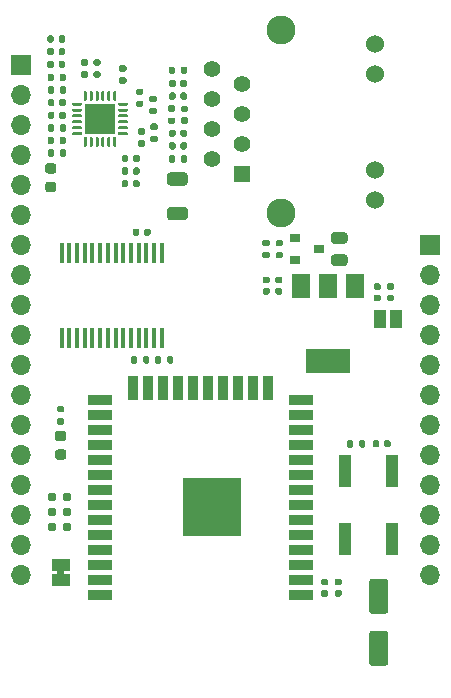
<source format=gbr>
%TF.GenerationSoftware,KiCad,Pcbnew,(5.1.10-1-10_14)*%
%TF.CreationDate,2022-02-26T18:00:52+01:00*%
%TF.ProjectId,esp-expander,6573702d-6578-4706-916e-6465722e6b69,rev?*%
%TF.SameCoordinates,Original*%
%TF.FileFunction,Copper,L1,Top*%
%TF.FilePolarity,Positive*%
%FSLAX46Y46*%
G04 Gerber Fmt 4.6, Leading zero omitted, Abs format (unit mm)*
G04 Created by KiCad (PCBNEW (5.1.10-1-10_14)) date 2022-02-26 18:00:52*
%MOMM*%
%LPD*%
G01*
G04 APERTURE LIST*
%TA.AperFunction,EtchedComponent*%
%ADD10C,0.100000*%
%TD*%
%TA.AperFunction,ConnectorPad*%
%ADD11C,0.787400*%
%TD*%
%TA.AperFunction,ComponentPad*%
%ADD12R,1.398000X1.398000*%
%TD*%
%TA.AperFunction,ComponentPad*%
%ADD13C,1.398000*%
%TD*%
%TA.AperFunction,ComponentPad*%
%ADD14C,1.530000*%
%TD*%
%TA.AperFunction,ComponentPad*%
%ADD15C,2.445000*%
%TD*%
%TA.AperFunction,SMDPad,CuDef*%
%ADD16R,1.500000X1.000000*%
%TD*%
%TA.AperFunction,SMDPad,CuDef*%
%ADD17R,0.900000X0.800000*%
%TD*%
%TA.AperFunction,SMDPad,CuDef*%
%ADD18R,5.000000X5.000000*%
%TD*%
%TA.AperFunction,SMDPad,CuDef*%
%ADD19R,2.000000X0.900000*%
%TD*%
%TA.AperFunction,SMDPad,CuDef*%
%ADD20R,0.900000X2.000000*%
%TD*%
%TA.AperFunction,SMDPad,CuDef*%
%ADD21R,3.800000X2.000000*%
%TD*%
%TA.AperFunction,SMDPad,CuDef*%
%ADD22R,1.500000X2.000000*%
%TD*%
%TA.AperFunction,SMDPad,CuDef*%
%ADD23R,0.450000X1.750000*%
%TD*%
%TA.AperFunction,SMDPad,CuDef*%
%ADD24R,2.600000X2.600000*%
%TD*%
%TA.AperFunction,SMDPad,CuDef*%
%ADD25R,1.000000X2.750000*%
%TD*%
%TA.AperFunction,SMDPad,CuDef*%
%ADD26R,1.000000X1.500000*%
%TD*%
%TA.AperFunction,ComponentPad*%
%ADD27R,1.700000X1.700000*%
%TD*%
%TA.AperFunction,ComponentPad*%
%ADD28O,1.700000X1.700000*%
%TD*%
G04 APERTURE END LIST*
D10*
%TO.C,JP1*%
G36*
X82377000Y-111375000D02*
G01*
X82377000Y-110875000D01*
X82977000Y-110875000D01*
X82977000Y-111375000D01*
X82377000Y-111375000D01*
G37*
%TD*%
%TO.P,C1,2*%
%TO.N,GND*%
%TA.AperFunction,SMDPad,CuDef*%
G36*
G01*
X110055000Y-100373000D02*
X110055000Y-100033000D01*
G75*
G02*
X110195000Y-99893000I140000J0D01*
G01*
X110475000Y-99893000D01*
G75*
G02*
X110615000Y-100033000I0J-140000D01*
G01*
X110615000Y-100373000D01*
G75*
G02*
X110475000Y-100513000I-140000J0D01*
G01*
X110195000Y-100513000D01*
G75*
G02*
X110055000Y-100373000I0J140000D01*
G01*
G37*
%TD.AperFunction*%
%TO.P,C1,1*%
%TO.N,PROGRAMMING_RESET*%
%TA.AperFunction,SMDPad,CuDef*%
G36*
G01*
X109095000Y-100373000D02*
X109095000Y-100033000D01*
G75*
G02*
X109235000Y-99893000I140000J0D01*
G01*
X109515000Y-99893000D01*
G75*
G02*
X109655000Y-100033000I0J-140000D01*
G01*
X109655000Y-100373000D01*
G75*
G02*
X109515000Y-100513000I-140000J0D01*
G01*
X109235000Y-100513000D01*
G75*
G02*
X109095000Y-100373000I0J140000D01*
G01*
G37*
%TD.AperFunction*%
%TD*%
%TO.P,C2,2*%
%TO.N,GND*%
%TA.AperFunction,SMDPad,CuDef*%
G36*
G01*
X106002000Y-112595000D02*
X106342000Y-112595000D01*
G75*
G02*
X106482000Y-112735000I0J-140000D01*
G01*
X106482000Y-113015000D01*
G75*
G02*
X106342000Y-113155000I-140000J0D01*
G01*
X106002000Y-113155000D01*
G75*
G02*
X105862000Y-113015000I0J140000D01*
G01*
X105862000Y-112735000D01*
G75*
G02*
X106002000Y-112595000I140000J0D01*
G01*
G37*
%TD.AperFunction*%
%TO.P,C2,1*%
%TO.N,+3V3*%
%TA.AperFunction,SMDPad,CuDef*%
G36*
G01*
X106002000Y-111635000D02*
X106342000Y-111635000D01*
G75*
G02*
X106482000Y-111775000I0J-140000D01*
G01*
X106482000Y-112055000D01*
G75*
G02*
X106342000Y-112195000I-140000J0D01*
G01*
X106002000Y-112195000D01*
G75*
G02*
X105862000Y-112055000I0J140000D01*
G01*
X105862000Y-111775000D01*
G75*
G02*
X106002000Y-111635000I140000J0D01*
G01*
G37*
%TD.AperFunction*%
%TD*%
%TO.P,C3,1*%
%TO.N,+3V3*%
%TA.AperFunction,SMDPad,CuDef*%
G36*
G01*
X104859000Y-111635000D02*
X105199000Y-111635000D01*
G75*
G02*
X105339000Y-111775000I0J-140000D01*
G01*
X105339000Y-112055000D01*
G75*
G02*
X105199000Y-112195000I-140000J0D01*
G01*
X104859000Y-112195000D01*
G75*
G02*
X104719000Y-112055000I0J140000D01*
G01*
X104719000Y-111775000D01*
G75*
G02*
X104859000Y-111635000I140000J0D01*
G01*
G37*
%TD.AperFunction*%
%TO.P,C3,2*%
%TO.N,GND*%
%TA.AperFunction,SMDPad,CuDef*%
G36*
G01*
X104859000Y-112595000D02*
X105199000Y-112595000D01*
G75*
G02*
X105339000Y-112735000I0J-140000D01*
G01*
X105339000Y-113015000D01*
G75*
G02*
X105199000Y-113155000I-140000J0D01*
G01*
X104859000Y-113155000D01*
G75*
G02*
X104719000Y-113015000I0J140000D01*
G01*
X104719000Y-112735000D01*
G75*
G02*
X104859000Y-112595000I140000J0D01*
G01*
G37*
%TD.AperFunction*%
%TD*%
%TO.P,C5,2*%
%TO.N,GND*%
%TA.AperFunction,SMDPad,CuDef*%
G36*
G01*
X99906000Y-87017200D02*
X100246000Y-87017200D01*
G75*
G02*
X100386000Y-87157200I0J-140000D01*
G01*
X100386000Y-87437200D01*
G75*
G02*
X100246000Y-87577200I-140000J0D01*
G01*
X99906000Y-87577200D01*
G75*
G02*
X99766000Y-87437200I0J140000D01*
G01*
X99766000Y-87157200D01*
G75*
G02*
X99906000Y-87017200I140000J0D01*
G01*
G37*
%TD.AperFunction*%
%TO.P,C5,1*%
%TO.N,Net-(C5-Pad1)*%
%TA.AperFunction,SMDPad,CuDef*%
G36*
G01*
X99906000Y-86057200D02*
X100246000Y-86057200D01*
G75*
G02*
X100386000Y-86197200I0J-140000D01*
G01*
X100386000Y-86477200D01*
G75*
G02*
X100246000Y-86617200I-140000J0D01*
G01*
X99906000Y-86617200D01*
G75*
G02*
X99766000Y-86477200I0J140000D01*
G01*
X99766000Y-86197200D01*
G75*
G02*
X99906000Y-86057200I140000J0D01*
G01*
G37*
%TD.AperFunction*%
%TD*%
%TO.P,C6,1*%
%TO.N,Net-(C5-Pad1)*%
%TA.AperFunction,SMDPad,CuDef*%
G36*
G01*
X100972800Y-86057200D02*
X101312800Y-86057200D01*
G75*
G02*
X101452800Y-86197200I0J-140000D01*
G01*
X101452800Y-86477200D01*
G75*
G02*
X101312800Y-86617200I-140000J0D01*
G01*
X100972800Y-86617200D01*
G75*
G02*
X100832800Y-86477200I0J140000D01*
G01*
X100832800Y-86197200D01*
G75*
G02*
X100972800Y-86057200I140000J0D01*
G01*
G37*
%TD.AperFunction*%
%TO.P,C6,2*%
%TO.N,GND*%
%TA.AperFunction,SMDPad,CuDef*%
G36*
G01*
X100972800Y-87017200D02*
X101312800Y-87017200D01*
G75*
G02*
X101452800Y-87157200I0J-140000D01*
G01*
X101452800Y-87437200D01*
G75*
G02*
X101312800Y-87577200I-140000J0D01*
G01*
X100972800Y-87577200D01*
G75*
G02*
X100832800Y-87437200I0J140000D01*
G01*
X100832800Y-87157200D01*
G75*
G02*
X100972800Y-87017200I140000J0D01*
G01*
G37*
%TD.AperFunction*%
%TD*%
%TO.P,C7,1*%
%TO.N,+3V3*%
%TA.AperFunction,SMDPad,CuDef*%
G36*
G01*
X109644000Y-88136000D02*
X109304000Y-88136000D01*
G75*
G02*
X109164000Y-87996000I0J140000D01*
G01*
X109164000Y-87716000D01*
G75*
G02*
X109304000Y-87576000I140000J0D01*
G01*
X109644000Y-87576000D01*
G75*
G02*
X109784000Y-87716000I0J-140000D01*
G01*
X109784000Y-87996000D01*
G75*
G02*
X109644000Y-88136000I-140000J0D01*
G01*
G37*
%TD.AperFunction*%
%TO.P,C7,2*%
%TO.N,GND*%
%TA.AperFunction,SMDPad,CuDef*%
G36*
G01*
X109644000Y-87176000D02*
X109304000Y-87176000D01*
G75*
G02*
X109164000Y-87036000I0J140000D01*
G01*
X109164000Y-86756000D01*
G75*
G02*
X109304000Y-86616000I140000J0D01*
G01*
X109644000Y-86616000D01*
G75*
G02*
X109784000Y-86756000I0J-140000D01*
G01*
X109784000Y-87036000D01*
G75*
G02*
X109644000Y-87176000I-140000J0D01*
G01*
G37*
%TD.AperFunction*%
%TD*%
%TO.P,C8,2*%
%TO.N,GND*%
%TA.AperFunction,SMDPad,CuDef*%
G36*
G01*
X110761600Y-87176000D02*
X110421600Y-87176000D01*
G75*
G02*
X110281600Y-87036000I0J140000D01*
G01*
X110281600Y-86756000D01*
G75*
G02*
X110421600Y-86616000I140000J0D01*
G01*
X110761600Y-86616000D01*
G75*
G02*
X110901600Y-86756000I0J-140000D01*
G01*
X110901600Y-87036000D01*
G75*
G02*
X110761600Y-87176000I-140000J0D01*
G01*
G37*
%TD.AperFunction*%
%TO.P,C8,1*%
%TO.N,+3V3*%
%TA.AperFunction,SMDPad,CuDef*%
G36*
G01*
X110761600Y-88136000D02*
X110421600Y-88136000D01*
G75*
G02*
X110281600Y-87996000I0J140000D01*
G01*
X110281600Y-87716000D01*
G75*
G02*
X110421600Y-87576000I140000J0D01*
G01*
X110761600Y-87576000D01*
G75*
G02*
X110901600Y-87716000I0J-140000D01*
G01*
X110901600Y-87996000D01*
G75*
G02*
X110761600Y-88136000I-140000J0D01*
G01*
G37*
%TD.AperFunction*%
%TD*%
%TO.P,C9,1*%
%TO.N,+3V3*%
%TA.AperFunction,SMDPad,CuDef*%
G36*
G01*
X88775000Y-82466000D02*
X88775000Y-82126000D01*
G75*
G02*
X88915000Y-81986000I140000J0D01*
G01*
X89195000Y-81986000D01*
G75*
G02*
X89335000Y-82126000I0J-140000D01*
G01*
X89335000Y-82466000D01*
G75*
G02*
X89195000Y-82606000I-140000J0D01*
G01*
X88915000Y-82606000D01*
G75*
G02*
X88775000Y-82466000I0J140000D01*
G01*
G37*
%TD.AperFunction*%
%TO.P,C9,2*%
%TO.N,GND*%
%TA.AperFunction,SMDPad,CuDef*%
G36*
G01*
X89735000Y-82466000D02*
X89735000Y-82126000D01*
G75*
G02*
X89875000Y-81986000I140000J0D01*
G01*
X90155000Y-81986000D01*
G75*
G02*
X90295000Y-82126000I0J-140000D01*
G01*
X90295000Y-82466000D01*
G75*
G02*
X90155000Y-82606000I-140000J0D01*
G01*
X89875000Y-82606000D01*
G75*
G02*
X89735000Y-82466000I0J140000D01*
G01*
G37*
%TD.AperFunction*%
%TD*%
%TO.P,C10,2*%
%TO.N,GND*%
%TA.AperFunction,SMDPad,CuDef*%
G36*
G01*
X82546800Y-71493200D02*
X82546800Y-71153200D01*
G75*
G02*
X82686800Y-71013200I140000J0D01*
G01*
X82966800Y-71013200D01*
G75*
G02*
X83106800Y-71153200I0J-140000D01*
G01*
X83106800Y-71493200D01*
G75*
G02*
X82966800Y-71633200I-140000J0D01*
G01*
X82686800Y-71633200D01*
G75*
G02*
X82546800Y-71493200I0J140000D01*
G01*
G37*
%TD.AperFunction*%
%TO.P,C10,1*%
%TO.N,+3V3*%
%TA.AperFunction,SMDPad,CuDef*%
G36*
G01*
X81586800Y-71493200D02*
X81586800Y-71153200D01*
G75*
G02*
X81726800Y-71013200I140000J0D01*
G01*
X82006800Y-71013200D01*
G75*
G02*
X82146800Y-71153200I0J-140000D01*
G01*
X82146800Y-71493200D01*
G75*
G02*
X82006800Y-71633200I-140000J0D01*
G01*
X81726800Y-71633200D01*
G75*
G02*
X81586800Y-71493200I0J140000D01*
G01*
G37*
%TD.AperFunction*%
%TD*%
%TO.P,C11,1*%
%TO.N,+3V3*%
%TA.AperFunction,SMDPad,CuDef*%
G36*
G01*
X81586800Y-72560000D02*
X81586800Y-72220000D01*
G75*
G02*
X81726800Y-72080000I140000J0D01*
G01*
X82006800Y-72080000D01*
G75*
G02*
X82146800Y-72220000I0J-140000D01*
G01*
X82146800Y-72560000D01*
G75*
G02*
X82006800Y-72700000I-140000J0D01*
G01*
X81726800Y-72700000D01*
G75*
G02*
X81586800Y-72560000I0J140000D01*
G01*
G37*
%TD.AperFunction*%
%TO.P,C11,2*%
%TO.N,GND*%
%TA.AperFunction,SMDPad,CuDef*%
G36*
G01*
X82546800Y-72560000D02*
X82546800Y-72220000D01*
G75*
G02*
X82686800Y-72080000I140000J0D01*
G01*
X82966800Y-72080000D01*
G75*
G02*
X83106800Y-72220000I0J-140000D01*
G01*
X83106800Y-72560000D01*
G75*
G02*
X82966800Y-72700000I-140000J0D01*
G01*
X82686800Y-72700000D01*
G75*
G02*
X82546800Y-72560000I0J140000D01*
G01*
G37*
%TD.AperFunction*%
%TD*%
%TO.P,C12,2*%
%TO.N,GND*%
%TA.AperFunction,SMDPad,CuDef*%
G36*
G01*
X82096000Y-67902000D02*
X82096000Y-68242000D01*
G75*
G02*
X81956000Y-68382000I-140000J0D01*
G01*
X81676000Y-68382000D01*
G75*
G02*
X81536000Y-68242000I0J140000D01*
G01*
X81536000Y-67902000D01*
G75*
G02*
X81676000Y-67762000I140000J0D01*
G01*
X81956000Y-67762000D01*
G75*
G02*
X82096000Y-67902000I0J-140000D01*
G01*
G37*
%TD.AperFunction*%
%TO.P,C12,1*%
%TO.N,Net-(C12-Pad1)*%
%TA.AperFunction,SMDPad,CuDef*%
G36*
G01*
X83056000Y-67902000D02*
X83056000Y-68242000D01*
G75*
G02*
X82916000Y-68382000I-140000J0D01*
G01*
X82636000Y-68382000D01*
G75*
G02*
X82496000Y-68242000I0J140000D01*
G01*
X82496000Y-67902000D01*
G75*
G02*
X82636000Y-67762000I140000J0D01*
G01*
X82916000Y-67762000D01*
G75*
G02*
X83056000Y-67902000I0J-140000D01*
G01*
G37*
%TD.AperFunction*%
%TD*%
%TO.P,C13,1*%
%TO.N,Net-(C12-Pad1)*%
%TA.AperFunction,SMDPad,CuDef*%
G36*
G01*
X83056000Y-66835200D02*
X83056000Y-67175200D01*
G75*
G02*
X82916000Y-67315200I-140000J0D01*
G01*
X82636000Y-67315200D01*
G75*
G02*
X82496000Y-67175200I0J140000D01*
G01*
X82496000Y-66835200D01*
G75*
G02*
X82636000Y-66695200I140000J0D01*
G01*
X82916000Y-66695200D01*
G75*
G02*
X83056000Y-66835200I0J-140000D01*
G01*
G37*
%TD.AperFunction*%
%TO.P,C13,2*%
%TO.N,GND*%
%TA.AperFunction,SMDPad,CuDef*%
G36*
G01*
X82096000Y-66835200D02*
X82096000Y-67175200D01*
G75*
G02*
X81956000Y-67315200I-140000J0D01*
G01*
X81676000Y-67315200D01*
G75*
G02*
X81536000Y-67175200I0J140000D01*
G01*
X81536000Y-66835200D01*
G75*
G02*
X81676000Y-66695200I140000J0D01*
G01*
X81956000Y-66695200D01*
G75*
G02*
X82096000Y-66835200I0J-140000D01*
G01*
G37*
%TD.AperFunction*%
%TD*%
%TO.P,C14,2*%
%TO.N,GND*%
%TA.AperFunction,SMDPad,CuDef*%
G36*
G01*
X82096000Y-65768400D02*
X82096000Y-66108400D01*
G75*
G02*
X81956000Y-66248400I-140000J0D01*
G01*
X81676000Y-66248400D01*
G75*
G02*
X81536000Y-66108400I0J140000D01*
G01*
X81536000Y-65768400D01*
G75*
G02*
X81676000Y-65628400I140000J0D01*
G01*
X81956000Y-65628400D01*
G75*
G02*
X82096000Y-65768400I0J-140000D01*
G01*
G37*
%TD.AperFunction*%
%TO.P,C14,1*%
%TO.N,Net-(C12-Pad1)*%
%TA.AperFunction,SMDPad,CuDef*%
G36*
G01*
X83056000Y-65768400D02*
X83056000Y-66108400D01*
G75*
G02*
X82916000Y-66248400I-140000J0D01*
G01*
X82636000Y-66248400D01*
G75*
G02*
X82496000Y-66108400I0J140000D01*
G01*
X82496000Y-65768400D01*
G75*
G02*
X82636000Y-65628400I140000J0D01*
G01*
X82916000Y-65628400D01*
G75*
G02*
X83056000Y-65768400I0J-140000D01*
G01*
G37*
%TD.AperFunction*%
%TD*%
%TO.P,C15,1*%
%TO.N,VAA*%
%TA.AperFunction,SMDPad,CuDef*%
G36*
G01*
X87835200Y-76217600D02*
X87835200Y-75877600D01*
G75*
G02*
X87975200Y-75737600I140000J0D01*
G01*
X88255200Y-75737600D01*
G75*
G02*
X88395200Y-75877600I0J-140000D01*
G01*
X88395200Y-76217600D01*
G75*
G02*
X88255200Y-76357600I-140000J0D01*
G01*
X87975200Y-76357600D01*
G75*
G02*
X87835200Y-76217600I0J140000D01*
G01*
G37*
%TD.AperFunction*%
%TO.P,C15,2*%
%TO.N,GND*%
%TA.AperFunction,SMDPad,CuDef*%
G36*
G01*
X88795200Y-76217600D02*
X88795200Y-75877600D01*
G75*
G02*
X88935200Y-75737600I140000J0D01*
G01*
X89215200Y-75737600D01*
G75*
G02*
X89355200Y-75877600I0J-140000D01*
G01*
X89355200Y-76217600D01*
G75*
G02*
X89215200Y-76357600I-140000J0D01*
G01*
X88935200Y-76357600D01*
G75*
G02*
X88795200Y-76217600I0J140000D01*
G01*
G37*
%TD.AperFunction*%
%TD*%
%TO.P,C16,2*%
%TO.N,GND*%
%TA.AperFunction,SMDPad,CuDef*%
G36*
G01*
X88795200Y-77284400D02*
X88795200Y-76944400D01*
G75*
G02*
X88935200Y-76804400I140000J0D01*
G01*
X89215200Y-76804400D01*
G75*
G02*
X89355200Y-76944400I0J-140000D01*
G01*
X89355200Y-77284400D01*
G75*
G02*
X89215200Y-77424400I-140000J0D01*
G01*
X88935200Y-77424400D01*
G75*
G02*
X88795200Y-77284400I0J140000D01*
G01*
G37*
%TD.AperFunction*%
%TO.P,C16,1*%
%TO.N,VAA*%
%TA.AperFunction,SMDPad,CuDef*%
G36*
G01*
X87835200Y-77284400D02*
X87835200Y-76944400D01*
G75*
G02*
X87975200Y-76804400I140000J0D01*
G01*
X88255200Y-76804400D01*
G75*
G02*
X88395200Y-76944400I0J-140000D01*
G01*
X88395200Y-77284400D01*
G75*
G02*
X88255200Y-77424400I-140000J0D01*
G01*
X87975200Y-77424400D01*
G75*
G02*
X87835200Y-77284400I0J140000D01*
G01*
G37*
%TD.AperFunction*%
%TD*%
%TO.P,C17,1*%
%TO.N,VAA*%
%TA.AperFunction,SMDPad,CuDef*%
G36*
G01*
X87835200Y-78351200D02*
X87835200Y-78011200D01*
G75*
G02*
X87975200Y-77871200I140000J0D01*
G01*
X88255200Y-77871200D01*
G75*
G02*
X88395200Y-78011200I0J-140000D01*
G01*
X88395200Y-78351200D01*
G75*
G02*
X88255200Y-78491200I-140000J0D01*
G01*
X87975200Y-78491200D01*
G75*
G02*
X87835200Y-78351200I0J140000D01*
G01*
G37*
%TD.AperFunction*%
%TO.P,C17,2*%
%TO.N,GND*%
%TA.AperFunction,SMDPad,CuDef*%
G36*
G01*
X88795200Y-78351200D02*
X88795200Y-78011200D01*
G75*
G02*
X88935200Y-77871200I140000J0D01*
G01*
X89215200Y-77871200D01*
G75*
G02*
X89355200Y-78011200I0J-140000D01*
G01*
X89355200Y-78351200D01*
G75*
G02*
X89215200Y-78491200I-140000J0D01*
G01*
X88935200Y-78491200D01*
G75*
G02*
X88795200Y-78351200I0J140000D01*
G01*
G37*
%TD.AperFunction*%
%TD*%
%TO.P,C18,1*%
%TO.N,HR_RD_-*%
%TA.AperFunction,SMDPad,CuDef*%
G36*
G01*
X91848400Y-70934400D02*
X91848400Y-70594400D01*
G75*
G02*
X91988400Y-70454400I140000J0D01*
G01*
X92268400Y-70454400D01*
G75*
G02*
X92408400Y-70594400I0J-140000D01*
G01*
X92408400Y-70934400D01*
G75*
G02*
X92268400Y-71074400I-140000J0D01*
G01*
X91988400Y-71074400D01*
G75*
G02*
X91848400Y-70934400I0J140000D01*
G01*
G37*
%TD.AperFunction*%
%TO.P,C18,2*%
%TO.N,GND1*%
%TA.AperFunction,SMDPad,CuDef*%
G36*
G01*
X92808400Y-70934400D02*
X92808400Y-70594400D01*
G75*
G02*
X92948400Y-70454400I140000J0D01*
G01*
X93228400Y-70454400D01*
G75*
G02*
X93368400Y-70594400I0J-140000D01*
G01*
X93368400Y-70934400D01*
G75*
G02*
X93228400Y-71074400I-140000J0D01*
G01*
X92948400Y-71074400D01*
G75*
G02*
X92808400Y-70934400I0J140000D01*
G01*
G37*
%TD.AperFunction*%
%TD*%
%TO.P,C19,2*%
%TO.N,GND1*%
%TA.AperFunction,SMDPad,CuDef*%
G36*
G01*
X92808400Y-69867600D02*
X92808400Y-69527600D01*
G75*
G02*
X92948400Y-69387600I140000J0D01*
G01*
X93228400Y-69387600D01*
G75*
G02*
X93368400Y-69527600I0J-140000D01*
G01*
X93368400Y-69867600D01*
G75*
G02*
X93228400Y-70007600I-140000J0D01*
G01*
X92948400Y-70007600D01*
G75*
G02*
X92808400Y-69867600I0J140000D01*
G01*
G37*
%TD.AperFunction*%
%TO.P,C19,1*%
%TO.N,HR_RD_+*%
%TA.AperFunction,SMDPad,CuDef*%
G36*
G01*
X91848400Y-69867600D02*
X91848400Y-69527600D01*
G75*
G02*
X91988400Y-69387600I140000J0D01*
G01*
X92268400Y-69387600D01*
G75*
G02*
X92408400Y-69527600I0J-140000D01*
G01*
X92408400Y-69867600D01*
G75*
G02*
X92268400Y-70007600I-140000J0D01*
G01*
X91988400Y-70007600D01*
G75*
G02*
X91848400Y-69867600I0J140000D01*
G01*
G37*
%TD.AperFunction*%
%TD*%
%TO.P,C20,1*%
%TO.N,HR_TD_-*%
%TA.AperFunction,SMDPad,CuDef*%
G36*
G01*
X91848400Y-75150800D02*
X91848400Y-74810800D01*
G75*
G02*
X91988400Y-74670800I140000J0D01*
G01*
X92268400Y-74670800D01*
G75*
G02*
X92408400Y-74810800I0J-140000D01*
G01*
X92408400Y-75150800D01*
G75*
G02*
X92268400Y-75290800I-140000J0D01*
G01*
X91988400Y-75290800D01*
G75*
G02*
X91848400Y-75150800I0J140000D01*
G01*
G37*
%TD.AperFunction*%
%TO.P,C20,2*%
%TO.N,GND1*%
%TA.AperFunction,SMDPad,CuDef*%
G36*
G01*
X92808400Y-75150800D02*
X92808400Y-74810800D01*
G75*
G02*
X92948400Y-74670800I140000J0D01*
G01*
X93228400Y-74670800D01*
G75*
G02*
X93368400Y-74810800I0J-140000D01*
G01*
X93368400Y-75150800D01*
G75*
G02*
X93228400Y-75290800I-140000J0D01*
G01*
X92948400Y-75290800D01*
G75*
G02*
X92808400Y-75150800I0J140000D01*
G01*
G37*
%TD.AperFunction*%
%TD*%
%TO.P,C21,2*%
%TO.N,GND1*%
%TA.AperFunction,SMDPad,CuDef*%
G36*
G01*
X92808400Y-74084000D02*
X92808400Y-73744000D01*
G75*
G02*
X92948400Y-73604000I140000J0D01*
G01*
X93228400Y-73604000D01*
G75*
G02*
X93368400Y-73744000I0J-140000D01*
G01*
X93368400Y-74084000D01*
G75*
G02*
X93228400Y-74224000I-140000J0D01*
G01*
X92948400Y-74224000D01*
G75*
G02*
X92808400Y-74084000I0J140000D01*
G01*
G37*
%TD.AperFunction*%
%TO.P,C21,1*%
%TO.N,HR_TD_+*%
%TA.AperFunction,SMDPad,CuDef*%
G36*
G01*
X91848400Y-74084000D02*
X91848400Y-73744000D01*
G75*
G02*
X91988400Y-73604000I140000J0D01*
G01*
X92268400Y-73604000D01*
G75*
G02*
X92408400Y-73744000I0J-140000D01*
G01*
X92408400Y-74084000D01*
G75*
G02*
X92268400Y-74224000I-140000J0D01*
G01*
X91988400Y-74224000D01*
G75*
G02*
X91848400Y-74084000I0J140000D01*
G01*
G37*
%TD.AperFunction*%
%TD*%
%TO.P,C22,1*%
%TO.N,Net-(C22-Pad1)*%
%TA.AperFunction,SMDPad,CuDef*%
G36*
G01*
X93337200Y-73099200D02*
X92997200Y-73099200D01*
G75*
G02*
X92857200Y-72959200I0J140000D01*
G01*
X92857200Y-72679200D01*
G75*
G02*
X92997200Y-72539200I140000J0D01*
G01*
X93337200Y-72539200D01*
G75*
G02*
X93477200Y-72679200I0J-140000D01*
G01*
X93477200Y-72959200D01*
G75*
G02*
X93337200Y-73099200I-140000J0D01*
G01*
G37*
%TD.AperFunction*%
%TO.P,C22,2*%
%TO.N,GND1*%
%TA.AperFunction,SMDPad,CuDef*%
G36*
G01*
X93337200Y-72139200D02*
X92997200Y-72139200D01*
G75*
G02*
X92857200Y-71999200I0J140000D01*
G01*
X92857200Y-71719200D01*
G75*
G02*
X92997200Y-71579200I140000J0D01*
G01*
X93337200Y-71579200D01*
G75*
G02*
X93477200Y-71719200I0J-140000D01*
G01*
X93477200Y-71999200D01*
G75*
G02*
X93337200Y-72139200I-140000J0D01*
G01*
G37*
%TD.AperFunction*%
%TD*%
%TO.P,F1,1*%
%TO.N,Net-(F1-Pad1)*%
%TA.AperFunction,SMDPad,CuDef*%
G36*
G01*
X106729850Y-85143400D02*
X105817350Y-85143400D01*
G75*
G02*
X105573600Y-84899650I0J243750D01*
G01*
X105573600Y-84412150D01*
G75*
G02*
X105817350Y-84168400I243750J0D01*
G01*
X106729850Y-84168400D01*
G75*
G02*
X106973600Y-84412150I0J-243750D01*
G01*
X106973600Y-84899650D01*
G75*
G02*
X106729850Y-85143400I-243750J0D01*
G01*
G37*
%TD.AperFunction*%
%TO.P,F1,2*%
%TO.N,VCC*%
%TA.AperFunction,SMDPad,CuDef*%
G36*
G01*
X106729850Y-83268400D02*
X105817350Y-83268400D01*
G75*
G02*
X105573600Y-83024650I0J243750D01*
G01*
X105573600Y-82537150D01*
G75*
G02*
X105817350Y-82293400I243750J0D01*
G01*
X106729850Y-82293400D01*
G75*
G02*
X106973600Y-82537150I0J-243750D01*
G01*
X106973600Y-83024650D01*
G75*
G02*
X106729850Y-83268400I-243750J0D01*
G01*
G37*
%TD.AperFunction*%
%TD*%
D11*
%TO.P,J1,1*%
%TO.N,Net-(J1-Pad1)*%
X83237001Y-107269999D03*
%TO.P,J1,2*%
%TO.N,PROGRAMMING_RX*%
X81967001Y-107269999D03*
%TO.P,J1,3*%
%TO.N,PROGRAMMING_GPIO0*%
X83237001Y-105999999D03*
%TO.P,J1,4*%
%TO.N,PROGRAMMING_RESET*%
X81967001Y-105999999D03*
%TO.P,J1,5*%
%TO.N,PROGRAMMING_TX*%
X83237001Y-104729999D03*
%TO.P,J1,6*%
%TO.N,GND*%
X81967001Y-104729999D03*
%TD*%
D12*
%TO.P,J2,1*%
%TO.N,HR_TD_+*%
X98044000Y-77398800D03*
D13*
%TO.P,J2,2*%
%TO.N,HR_TD_-*%
X95504000Y-76128800D03*
%TO.P,J2,3*%
%TO.N,HR_RD_+*%
X98044000Y-74858800D03*
%TO.P,J2,4*%
%TO.N,Net-(C22-Pad1)*%
X95504000Y-73588800D03*
%TO.P,J2,5*%
X98044000Y-72318800D03*
%TO.P,J2,6*%
%TO.N,HR_RD_-*%
X95504000Y-71048800D03*
%TO.P,J2,7*%
%TO.N,N/C*%
X98044000Y-69778800D03*
%TO.P,J2,8*%
%TO.N,GND1*%
X95504000Y-68508800D03*
D14*
%TO.P,J2,9*%
%TO.N,Net-(J2-Pad9)*%
X109294000Y-79573800D03*
%TO.P,J2,10*%
%TO.N,HR_GREEN*%
X109294000Y-77033800D03*
%TO.P,J2,12*%
%TO.N,Net-(J2-Pad12)*%
X109294000Y-66323800D03*
%TO.P,J2,11*%
%TO.N,HR_YELLOW*%
X109294000Y-68863800D03*
D15*
%TO.P,J2,15*%
%TO.N,GND1*%
X101344000Y-80693800D03*
%TO.P,J2,16*%
X101344000Y-65203800D03*
%TD*%
D16*
%TO.P,JP1,1*%
%TO.N,+3V3*%
X82677000Y-111775000D03*
%TO.P,JP1,2*%
%TO.N,Net-(J1-Pad1)*%
X82677000Y-110475000D03*
%TD*%
%TO.P,L1,1*%
%TO.N,+3V3*%
%TA.AperFunction,SMDPad,CuDef*%
G36*
G01*
X82095050Y-78898200D02*
X81582550Y-78898200D01*
G75*
G02*
X81363800Y-78679450I0J218750D01*
G01*
X81363800Y-78241950D01*
G75*
G02*
X81582550Y-78023200I218750J0D01*
G01*
X82095050Y-78023200D01*
G75*
G02*
X82313800Y-78241950I0J-218750D01*
G01*
X82313800Y-78679450D01*
G75*
G02*
X82095050Y-78898200I-218750J0D01*
G01*
G37*
%TD.AperFunction*%
%TO.P,L1,2*%
%TO.N,VAA*%
%TA.AperFunction,SMDPad,CuDef*%
G36*
G01*
X82095050Y-77323200D02*
X81582550Y-77323200D01*
G75*
G02*
X81363800Y-77104450I0J218750D01*
G01*
X81363800Y-76666950D01*
G75*
G02*
X81582550Y-76448200I218750J0D01*
G01*
X82095050Y-76448200D01*
G75*
G02*
X82313800Y-76666950I0J-218750D01*
G01*
X82313800Y-77104450D01*
G75*
G02*
X82095050Y-77323200I-218750J0D01*
G01*
G37*
%TD.AperFunction*%
%TD*%
D17*
%TO.P,Q1,1*%
%TO.N,Net-(Q1-Pad1)*%
X102530400Y-82768400D03*
%TO.P,Q1,2*%
%TO.N,Net-(C5-Pad1)*%
X102530400Y-84668400D03*
%TO.P,Q1,3*%
%TO.N,Net-(F1-Pad1)*%
X104530400Y-83718400D03*
%TD*%
%TO.P,R1,2*%
%TO.N,Net-(D1-Pad2)*%
%TA.AperFunction,SMDPad,CuDef*%
G36*
G01*
X82492000Y-98030000D02*
X82862000Y-98030000D01*
G75*
G02*
X82997000Y-98165000I0J-135000D01*
G01*
X82997000Y-98435000D01*
G75*
G02*
X82862000Y-98570000I-135000J0D01*
G01*
X82492000Y-98570000D01*
G75*
G02*
X82357000Y-98435000I0J135000D01*
G01*
X82357000Y-98165000D01*
G75*
G02*
X82492000Y-98030000I135000J0D01*
G01*
G37*
%TD.AperFunction*%
%TO.P,R1,1*%
%TO.N,ACT_LED*%
%TA.AperFunction,SMDPad,CuDef*%
G36*
G01*
X82492000Y-97010000D02*
X82862000Y-97010000D01*
G75*
G02*
X82997000Y-97145000I0J-135000D01*
G01*
X82997000Y-97415000D01*
G75*
G02*
X82862000Y-97550000I-135000J0D01*
G01*
X82492000Y-97550000D01*
G75*
G02*
X82357000Y-97415000I0J135000D01*
G01*
X82357000Y-97145000D01*
G75*
G02*
X82492000Y-97010000I135000J0D01*
G01*
G37*
%TD.AperFunction*%
%TD*%
%TO.P,R2,1*%
%TO.N,+3V3*%
%TA.AperFunction,SMDPad,CuDef*%
G36*
G01*
X106916000Y-100388000D02*
X106916000Y-100018000D01*
G75*
G02*
X107051000Y-99883000I135000J0D01*
G01*
X107321000Y-99883000D01*
G75*
G02*
X107456000Y-100018000I0J-135000D01*
G01*
X107456000Y-100388000D01*
G75*
G02*
X107321000Y-100523000I-135000J0D01*
G01*
X107051000Y-100523000D01*
G75*
G02*
X106916000Y-100388000I0J135000D01*
G01*
G37*
%TD.AperFunction*%
%TO.P,R2,2*%
%TO.N,PROGRAMMING_RESET*%
%TA.AperFunction,SMDPad,CuDef*%
G36*
G01*
X107936000Y-100388000D02*
X107936000Y-100018000D01*
G75*
G02*
X108071000Y-99883000I135000J0D01*
G01*
X108341000Y-99883000D01*
G75*
G02*
X108476000Y-100018000I0J-135000D01*
G01*
X108476000Y-100388000D01*
G75*
G02*
X108341000Y-100523000I-135000J0D01*
G01*
X108071000Y-100523000D01*
G75*
G02*
X107936000Y-100388000I0J135000D01*
G01*
G37*
%TD.AperFunction*%
%TD*%
%TO.P,R3,2*%
%TO.N,/ESP32/I2C_SCL*%
%TA.AperFunction,SMDPad,CuDef*%
G36*
G01*
X89648000Y-93276000D02*
X89648000Y-92906000D01*
G75*
G02*
X89783000Y-92771000I135000J0D01*
G01*
X90053000Y-92771000D01*
G75*
G02*
X90188000Y-92906000I0J-135000D01*
G01*
X90188000Y-93276000D01*
G75*
G02*
X90053000Y-93411000I-135000J0D01*
G01*
X89783000Y-93411000D01*
G75*
G02*
X89648000Y-93276000I0J135000D01*
G01*
G37*
%TD.AperFunction*%
%TO.P,R3,1*%
%TO.N,+3V3*%
%TA.AperFunction,SMDPad,CuDef*%
G36*
G01*
X88628000Y-93276000D02*
X88628000Y-92906000D01*
G75*
G02*
X88763000Y-92771000I135000J0D01*
G01*
X89033000Y-92771000D01*
G75*
G02*
X89168000Y-92906000I0J-135000D01*
G01*
X89168000Y-93276000D01*
G75*
G02*
X89033000Y-93411000I-135000J0D01*
G01*
X88763000Y-93411000D01*
G75*
G02*
X88628000Y-93276000I0J135000D01*
G01*
G37*
%TD.AperFunction*%
%TD*%
%TO.P,R4,1*%
%TO.N,+3V3*%
%TA.AperFunction,SMDPad,CuDef*%
G36*
G01*
X92220000Y-92906000D02*
X92220000Y-93276000D01*
G75*
G02*
X92085000Y-93411000I-135000J0D01*
G01*
X91815000Y-93411000D01*
G75*
G02*
X91680000Y-93276000I0J135000D01*
G01*
X91680000Y-92906000D01*
G75*
G02*
X91815000Y-92771000I135000J0D01*
G01*
X92085000Y-92771000D01*
G75*
G02*
X92220000Y-92906000I0J-135000D01*
G01*
G37*
%TD.AperFunction*%
%TO.P,R4,2*%
%TO.N,/ESP32/I2C_SDA*%
%TA.AperFunction,SMDPad,CuDef*%
G36*
G01*
X91200000Y-92906000D02*
X91200000Y-93276000D01*
G75*
G02*
X91065000Y-93411000I-135000J0D01*
G01*
X90795000Y-93411000D01*
G75*
G02*
X90660000Y-93276000I0J135000D01*
G01*
X90660000Y-92906000D01*
G75*
G02*
X90795000Y-92771000I135000J0D01*
G01*
X91065000Y-92771000D01*
G75*
G02*
X91200000Y-92906000I0J-135000D01*
G01*
G37*
%TD.AperFunction*%
%TD*%
%TO.P,R5,1*%
%TO.N,Net-(Q1-Pad1)*%
%TA.AperFunction,SMDPad,CuDef*%
G36*
G01*
X99891000Y-82938400D02*
X100261000Y-82938400D01*
G75*
G02*
X100396000Y-83073400I0J-135000D01*
G01*
X100396000Y-83343400D01*
G75*
G02*
X100261000Y-83478400I-135000J0D01*
G01*
X99891000Y-83478400D01*
G75*
G02*
X99756000Y-83343400I0J135000D01*
G01*
X99756000Y-83073400D01*
G75*
G02*
X99891000Y-82938400I135000J0D01*
G01*
G37*
%TD.AperFunction*%
%TO.P,R5,2*%
%TO.N,GND*%
%TA.AperFunction,SMDPad,CuDef*%
G36*
G01*
X99891000Y-83958400D02*
X100261000Y-83958400D01*
G75*
G02*
X100396000Y-84093400I0J-135000D01*
G01*
X100396000Y-84363400D01*
G75*
G02*
X100261000Y-84498400I-135000J0D01*
G01*
X99891000Y-84498400D01*
G75*
G02*
X99756000Y-84363400I0J135000D01*
G01*
X99756000Y-84093400D01*
G75*
G02*
X99891000Y-83958400I135000J0D01*
G01*
G37*
%TD.AperFunction*%
%TD*%
%TO.P,R6,2*%
%TO.N,Net-(Q1-Pad1)*%
%TA.AperFunction,SMDPad,CuDef*%
G36*
G01*
X101378600Y-83478400D02*
X101008600Y-83478400D01*
G75*
G02*
X100873600Y-83343400I0J135000D01*
G01*
X100873600Y-83073400D01*
G75*
G02*
X101008600Y-82938400I135000J0D01*
G01*
X101378600Y-82938400D01*
G75*
G02*
X101513600Y-83073400I0J-135000D01*
G01*
X101513600Y-83343400D01*
G75*
G02*
X101378600Y-83478400I-135000J0D01*
G01*
G37*
%TD.AperFunction*%
%TO.P,R6,1*%
%TO.N,Net-(C5-Pad1)*%
%TA.AperFunction,SMDPad,CuDef*%
G36*
G01*
X101378600Y-84498400D02*
X101008600Y-84498400D01*
G75*
G02*
X100873600Y-84363400I0J135000D01*
G01*
X100873600Y-84093400D01*
G75*
G02*
X101008600Y-83958400I135000J0D01*
G01*
X101378600Y-83958400D01*
G75*
G02*
X101513600Y-84093400I0J-135000D01*
G01*
X101513600Y-84363400D01*
G75*
G02*
X101378600Y-84498400I-135000J0D01*
G01*
G37*
%TD.AperFunction*%
%TD*%
%TO.P,R7,1*%
%TO.N,Net-(R7-Pad1)*%
%TA.AperFunction,SMDPad,CuDef*%
G36*
G01*
X83126800Y-70071400D02*
X83126800Y-70441400D01*
G75*
G02*
X82991800Y-70576400I-135000J0D01*
G01*
X82721800Y-70576400D01*
G75*
G02*
X82586800Y-70441400I0J135000D01*
G01*
X82586800Y-70071400D01*
G75*
G02*
X82721800Y-69936400I135000J0D01*
G01*
X82991800Y-69936400D01*
G75*
G02*
X83126800Y-70071400I0J-135000D01*
G01*
G37*
%TD.AperFunction*%
%TO.P,R7,2*%
%TO.N,/ESP32/LAN_MODE0*%
%TA.AperFunction,SMDPad,CuDef*%
G36*
G01*
X82106800Y-70071400D02*
X82106800Y-70441400D01*
G75*
G02*
X81971800Y-70576400I-135000J0D01*
G01*
X81701800Y-70576400D01*
G75*
G02*
X81566800Y-70441400I0J135000D01*
G01*
X81566800Y-70071400D01*
G75*
G02*
X81701800Y-69936400I135000J0D01*
G01*
X81971800Y-69936400D01*
G75*
G02*
X82106800Y-70071400I0J-135000D01*
G01*
G37*
%TD.AperFunction*%
%TD*%
%TO.P,R8,2*%
%TO.N,/ESP32/LAN_MODE1*%
%TA.AperFunction,SMDPad,CuDef*%
G36*
G01*
X82106800Y-69004600D02*
X82106800Y-69374600D01*
G75*
G02*
X81971800Y-69509600I-135000J0D01*
G01*
X81701800Y-69509600D01*
G75*
G02*
X81566800Y-69374600I0J135000D01*
G01*
X81566800Y-69004600D01*
G75*
G02*
X81701800Y-68869600I135000J0D01*
G01*
X81971800Y-68869600D01*
G75*
G02*
X82106800Y-69004600I0J-135000D01*
G01*
G37*
%TD.AperFunction*%
%TO.P,R8,1*%
%TO.N,Net-(R8-Pad1)*%
%TA.AperFunction,SMDPad,CuDef*%
G36*
G01*
X83126800Y-69004600D02*
X83126800Y-69374600D01*
G75*
G02*
X82991800Y-69509600I-135000J0D01*
G01*
X82721800Y-69509600D01*
G75*
G02*
X82586800Y-69374600I0J135000D01*
G01*
X82586800Y-69004600D01*
G75*
G02*
X82721800Y-68869600I135000J0D01*
G01*
X82991800Y-68869600D01*
G75*
G02*
X83126800Y-69004600I0J-135000D01*
G01*
G37*
%TD.AperFunction*%
%TD*%
%TO.P,R9,1*%
%TO.N,Net-(R9-Pad1)*%
%TA.AperFunction,SMDPad,CuDef*%
G36*
G01*
X83126800Y-73271800D02*
X83126800Y-73641800D01*
G75*
G02*
X82991800Y-73776800I-135000J0D01*
G01*
X82721800Y-73776800D01*
G75*
G02*
X82586800Y-73641800I0J135000D01*
G01*
X82586800Y-73271800D01*
G75*
G02*
X82721800Y-73136800I135000J0D01*
G01*
X82991800Y-73136800D01*
G75*
G02*
X83126800Y-73271800I0J-135000D01*
G01*
G37*
%TD.AperFunction*%
%TO.P,R9,2*%
%TO.N,VAA*%
%TA.AperFunction,SMDPad,CuDef*%
G36*
G01*
X82106800Y-73271800D02*
X82106800Y-73641800D01*
G75*
G02*
X81971800Y-73776800I-135000J0D01*
G01*
X81701800Y-73776800D01*
G75*
G02*
X81566800Y-73641800I0J135000D01*
G01*
X81566800Y-73271800D01*
G75*
G02*
X81701800Y-73136800I135000J0D01*
G01*
X81971800Y-73136800D01*
G75*
G02*
X82106800Y-73271800I0J-135000D01*
G01*
G37*
%TD.AperFunction*%
%TD*%
%TO.P,R10,2*%
%TO.N,/ESP32/LAN_MODE2*%
%TA.AperFunction,SMDPad,CuDef*%
G36*
G01*
X82106800Y-74338600D02*
X82106800Y-74708600D01*
G75*
G02*
X81971800Y-74843600I-135000J0D01*
G01*
X81701800Y-74843600D01*
G75*
G02*
X81566800Y-74708600I0J135000D01*
G01*
X81566800Y-74338600D01*
G75*
G02*
X81701800Y-74203600I135000J0D01*
G01*
X81971800Y-74203600D01*
G75*
G02*
X82106800Y-74338600I0J-135000D01*
G01*
G37*
%TD.AperFunction*%
%TO.P,R10,1*%
%TO.N,Net-(R10-Pad1)*%
%TA.AperFunction,SMDPad,CuDef*%
G36*
G01*
X83126800Y-74338600D02*
X83126800Y-74708600D01*
G75*
G02*
X82991800Y-74843600I-135000J0D01*
G01*
X82721800Y-74843600D01*
G75*
G02*
X82586800Y-74708600I0J135000D01*
G01*
X82586800Y-74338600D01*
G75*
G02*
X82721800Y-74203600I135000J0D01*
G01*
X82991800Y-74203600D01*
G75*
G02*
X83126800Y-74338600I0J-135000D01*
G01*
G37*
%TD.AperFunction*%
%TD*%
%TO.P,R11,1*%
%TO.N,VAA*%
%TA.AperFunction,SMDPad,CuDef*%
G36*
G01*
X81566800Y-75775400D02*
X81566800Y-75405400D01*
G75*
G02*
X81701800Y-75270400I135000J0D01*
G01*
X81971800Y-75270400D01*
G75*
G02*
X82106800Y-75405400I0J-135000D01*
G01*
X82106800Y-75775400D01*
G75*
G02*
X81971800Y-75910400I-135000J0D01*
G01*
X81701800Y-75910400D01*
G75*
G02*
X81566800Y-75775400I0J135000D01*
G01*
G37*
%TD.AperFunction*%
%TO.P,R11,2*%
%TO.N,/ESP32/LAN_MDIO*%
%TA.AperFunction,SMDPad,CuDef*%
G36*
G01*
X82586800Y-75775400D02*
X82586800Y-75405400D01*
G75*
G02*
X82721800Y-75270400I135000J0D01*
G01*
X82991800Y-75270400D01*
G75*
G02*
X83126800Y-75405400I0J-135000D01*
G01*
X83126800Y-75775400D01*
G75*
G02*
X82991800Y-75910400I-135000J0D01*
G01*
X82721800Y-75910400D01*
G75*
G02*
X82586800Y-75775400I0J135000D01*
G01*
G37*
%TD.AperFunction*%
%TD*%
%TO.P,R12,1*%
%TO.N,Net-(R12-Pad1)*%
%TA.AperFunction,SMDPad,CuDef*%
G36*
G01*
X85935400Y-69207600D02*
X85565400Y-69207600D01*
G75*
G02*
X85430400Y-69072600I0J135000D01*
G01*
X85430400Y-68802600D01*
G75*
G02*
X85565400Y-68667600I135000J0D01*
G01*
X85935400Y-68667600D01*
G75*
G02*
X86070400Y-68802600I0J-135000D01*
G01*
X86070400Y-69072600D01*
G75*
G02*
X85935400Y-69207600I-135000J0D01*
G01*
G37*
%TD.AperFunction*%
%TO.P,R12,2*%
%TO.N,/LAN/CLKIN*%
%TA.AperFunction,SMDPad,CuDef*%
G36*
G01*
X85935400Y-68187600D02*
X85565400Y-68187600D01*
G75*
G02*
X85430400Y-68052600I0J135000D01*
G01*
X85430400Y-67782600D01*
G75*
G02*
X85565400Y-67647600I135000J0D01*
G01*
X85935400Y-67647600D01*
G75*
G02*
X86070400Y-67782600I0J-135000D01*
G01*
X86070400Y-68052600D01*
G75*
G02*
X85935400Y-68187600I-135000J0D01*
G01*
G37*
%TD.AperFunction*%
%TD*%
%TO.P,R13,2*%
%TO.N,/LAN/CLKIN*%
%TA.AperFunction,SMDPad,CuDef*%
G36*
G01*
X84868600Y-68187600D02*
X84498600Y-68187600D01*
G75*
G02*
X84363600Y-68052600I0J135000D01*
G01*
X84363600Y-67782600D01*
G75*
G02*
X84498600Y-67647600I135000J0D01*
G01*
X84868600Y-67647600D01*
G75*
G02*
X85003600Y-67782600I0J-135000D01*
G01*
X85003600Y-68052600D01*
G75*
G02*
X84868600Y-68187600I-135000J0D01*
G01*
G37*
%TD.AperFunction*%
%TO.P,R13,1*%
%TO.N,Net-(R13-Pad1)*%
%TA.AperFunction,SMDPad,CuDef*%
G36*
G01*
X84868600Y-69207600D02*
X84498600Y-69207600D01*
G75*
G02*
X84363600Y-69072600I0J135000D01*
G01*
X84363600Y-68802600D01*
G75*
G02*
X84498600Y-68667600I135000J0D01*
G01*
X84868600Y-68667600D01*
G75*
G02*
X85003600Y-68802600I0J-135000D01*
G01*
X85003600Y-69072600D01*
G75*
G02*
X84868600Y-69207600I-135000J0D01*
G01*
G37*
%TD.AperFunction*%
%TD*%
%TO.P,R14,1*%
%TO.N,Net-(R14-Pad1)*%
%TA.AperFunction,SMDPad,CuDef*%
G36*
G01*
X88119800Y-69715600D02*
X87749800Y-69715600D01*
G75*
G02*
X87614800Y-69580600I0J135000D01*
G01*
X87614800Y-69310600D01*
G75*
G02*
X87749800Y-69175600I135000J0D01*
G01*
X88119800Y-69175600D01*
G75*
G02*
X88254800Y-69310600I0J-135000D01*
G01*
X88254800Y-69580600D01*
G75*
G02*
X88119800Y-69715600I-135000J0D01*
G01*
G37*
%TD.AperFunction*%
%TO.P,R14,2*%
%TO.N,GND*%
%TA.AperFunction,SMDPad,CuDef*%
G36*
G01*
X88119800Y-68695600D02*
X87749800Y-68695600D01*
G75*
G02*
X87614800Y-68560600I0J135000D01*
G01*
X87614800Y-68290600D01*
G75*
G02*
X87749800Y-68155600I135000J0D01*
G01*
X88119800Y-68155600D01*
G75*
G02*
X88254800Y-68290600I0J-135000D01*
G01*
X88254800Y-68560600D01*
G75*
G02*
X88119800Y-68695600I-135000J0D01*
G01*
G37*
%TD.AperFunction*%
%TD*%
%TO.P,R15,2*%
%TO.N,HR_RD_-*%
%TA.AperFunction,SMDPad,CuDef*%
G36*
G01*
X90289800Y-71766400D02*
X90659800Y-71766400D01*
G75*
G02*
X90794800Y-71901400I0J-135000D01*
G01*
X90794800Y-72171400D01*
G75*
G02*
X90659800Y-72306400I-135000J0D01*
G01*
X90289800Y-72306400D01*
G75*
G02*
X90154800Y-72171400I0J135000D01*
G01*
X90154800Y-71901400D01*
G75*
G02*
X90289800Y-71766400I135000J0D01*
G01*
G37*
%TD.AperFunction*%
%TO.P,R15,1*%
%TO.N,VAA*%
%TA.AperFunction,SMDPad,CuDef*%
G36*
G01*
X90289800Y-70746400D02*
X90659800Y-70746400D01*
G75*
G02*
X90794800Y-70881400I0J-135000D01*
G01*
X90794800Y-71151400D01*
G75*
G02*
X90659800Y-71286400I-135000J0D01*
G01*
X90289800Y-71286400D01*
G75*
G02*
X90154800Y-71151400I0J135000D01*
G01*
X90154800Y-70881400D01*
G75*
G02*
X90289800Y-70746400I135000J0D01*
G01*
G37*
%TD.AperFunction*%
%TD*%
%TO.P,R16,1*%
%TO.N,VAA*%
%TA.AperFunction,SMDPad,CuDef*%
G36*
G01*
X89172200Y-70136800D02*
X89542200Y-70136800D01*
G75*
G02*
X89677200Y-70271800I0J-135000D01*
G01*
X89677200Y-70541800D01*
G75*
G02*
X89542200Y-70676800I-135000J0D01*
G01*
X89172200Y-70676800D01*
G75*
G02*
X89037200Y-70541800I0J135000D01*
G01*
X89037200Y-70271800D01*
G75*
G02*
X89172200Y-70136800I135000J0D01*
G01*
G37*
%TD.AperFunction*%
%TO.P,R16,2*%
%TO.N,HR_RD_+*%
%TA.AperFunction,SMDPad,CuDef*%
G36*
G01*
X89172200Y-71156800D02*
X89542200Y-71156800D01*
G75*
G02*
X89677200Y-71291800I0J-135000D01*
G01*
X89677200Y-71561800D01*
G75*
G02*
X89542200Y-71696800I-135000J0D01*
G01*
X89172200Y-71696800D01*
G75*
G02*
X89037200Y-71561800I0J135000D01*
G01*
X89037200Y-71291800D01*
G75*
G02*
X89172200Y-71156800I135000J0D01*
G01*
G37*
%TD.AperFunction*%
%TD*%
%TO.P,R17,2*%
%TO.N,HR_TD_-*%
%TA.AperFunction,SMDPad,CuDef*%
G36*
G01*
X89694600Y-74029600D02*
X89324600Y-74029600D01*
G75*
G02*
X89189600Y-73894600I0J135000D01*
G01*
X89189600Y-73624600D01*
G75*
G02*
X89324600Y-73489600I135000J0D01*
G01*
X89694600Y-73489600D01*
G75*
G02*
X89829600Y-73624600I0J-135000D01*
G01*
X89829600Y-73894600D01*
G75*
G02*
X89694600Y-74029600I-135000J0D01*
G01*
G37*
%TD.AperFunction*%
%TO.P,R17,1*%
%TO.N,VAA*%
%TA.AperFunction,SMDPad,CuDef*%
G36*
G01*
X89694600Y-75049600D02*
X89324600Y-75049600D01*
G75*
G02*
X89189600Y-74914600I0J135000D01*
G01*
X89189600Y-74644600D01*
G75*
G02*
X89324600Y-74509600I135000J0D01*
G01*
X89694600Y-74509600D01*
G75*
G02*
X89829600Y-74644600I0J-135000D01*
G01*
X89829600Y-74914600D01*
G75*
G02*
X89694600Y-75049600I-135000J0D01*
G01*
G37*
%TD.AperFunction*%
%TD*%
%TO.P,R18,1*%
%TO.N,VAA*%
%TA.AperFunction,SMDPad,CuDef*%
G36*
G01*
X90761400Y-74643200D02*
X90391400Y-74643200D01*
G75*
G02*
X90256400Y-74508200I0J135000D01*
G01*
X90256400Y-74238200D01*
G75*
G02*
X90391400Y-74103200I135000J0D01*
G01*
X90761400Y-74103200D01*
G75*
G02*
X90896400Y-74238200I0J-135000D01*
G01*
X90896400Y-74508200D01*
G75*
G02*
X90761400Y-74643200I-135000J0D01*
G01*
G37*
%TD.AperFunction*%
%TO.P,R18,2*%
%TO.N,HR_TD_+*%
%TA.AperFunction,SMDPad,CuDef*%
G36*
G01*
X90761400Y-73623200D02*
X90391400Y-73623200D01*
G75*
G02*
X90256400Y-73488200I0J135000D01*
G01*
X90256400Y-73218200D01*
G75*
G02*
X90391400Y-73083200I135000J0D01*
G01*
X90761400Y-73083200D01*
G75*
G02*
X90896400Y-73218200I0J-135000D01*
G01*
X90896400Y-73488200D01*
G75*
G02*
X90761400Y-73623200I-135000J0D01*
G01*
G37*
%TD.AperFunction*%
%TD*%
%TO.P,R19,2*%
%TO.N,Net-(C22-Pad1)*%
%TA.AperFunction,SMDPad,CuDef*%
G36*
G01*
X91864600Y-72579200D02*
X92234600Y-72579200D01*
G75*
G02*
X92369600Y-72714200I0J-135000D01*
G01*
X92369600Y-72984200D01*
G75*
G02*
X92234600Y-73119200I-135000J0D01*
G01*
X91864600Y-73119200D01*
G75*
G02*
X91729600Y-72984200I0J135000D01*
G01*
X91729600Y-72714200D01*
G75*
G02*
X91864600Y-72579200I135000J0D01*
G01*
G37*
%TD.AperFunction*%
%TO.P,R19,1*%
%TO.N,VAA*%
%TA.AperFunction,SMDPad,CuDef*%
G36*
G01*
X91864600Y-71559200D02*
X92234600Y-71559200D01*
G75*
G02*
X92369600Y-71694200I0J-135000D01*
G01*
X92369600Y-71964200D01*
G75*
G02*
X92234600Y-72099200I-135000J0D01*
G01*
X91864600Y-72099200D01*
G75*
G02*
X91729600Y-71964200I0J135000D01*
G01*
X91729600Y-71694200D01*
G75*
G02*
X91864600Y-71559200I135000J0D01*
G01*
G37*
%TD.AperFunction*%
%TD*%
%TO.P,R20,1*%
%TO.N,Net-(J2-Pad9)*%
%TA.AperFunction,SMDPad,CuDef*%
G36*
G01*
X93388400Y-75913400D02*
X93388400Y-76283400D01*
G75*
G02*
X93253400Y-76418400I-135000J0D01*
G01*
X92983400Y-76418400D01*
G75*
G02*
X92848400Y-76283400I0J135000D01*
G01*
X92848400Y-75913400D01*
G75*
G02*
X92983400Y-75778400I135000J0D01*
G01*
X93253400Y-75778400D01*
G75*
G02*
X93388400Y-75913400I0J-135000D01*
G01*
G37*
%TD.AperFunction*%
%TO.P,R20,2*%
%TO.N,VAA*%
%TA.AperFunction,SMDPad,CuDef*%
G36*
G01*
X92368400Y-75913400D02*
X92368400Y-76283400D01*
G75*
G02*
X92233400Y-76418400I-135000J0D01*
G01*
X91963400Y-76418400D01*
G75*
G02*
X91828400Y-76283400I0J135000D01*
G01*
X91828400Y-75913400D01*
G75*
G02*
X91963400Y-75778400I135000J0D01*
G01*
X92233400Y-75778400D01*
G75*
G02*
X92368400Y-75913400I0J-135000D01*
G01*
G37*
%TD.AperFunction*%
%TD*%
%TO.P,R21,2*%
%TO.N,VAA*%
%TA.AperFunction,SMDPad,CuDef*%
G36*
G01*
X92366400Y-68395000D02*
X92366400Y-68765000D01*
G75*
G02*
X92231400Y-68900000I-135000J0D01*
G01*
X91961400Y-68900000D01*
G75*
G02*
X91826400Y-68765000I0J135000D01*
G01*
X91826400Y-68395000D01*
G75*
G02*
X91961400Y-68260000I135000J0D01*
G01*
X92231400Y-68260000D01*
G75*
G02*
X92366400Y-68395000I0J-135000D01*
G01*
G37*
%TD.AperFunction*%
%TO.P,R21,1*%
%TO.N,Net-(J2-Pad12)*%
%TA.AperFunction,SMDPad,CuDef*%
G36*
G01*
X93386400Y-68395000D02*
X93386400Y-68765000D01*
G75*
G02*
X93251400Y-68900000I-135000J0D01*
G01*
X92981400Y-68900000D01*
G75*
G02*
X92846400Y-68765000I0J135000D01*
G01*
X92846400Y-68395000D01*
G75*
G02*
X92981400Y-68260000I135000J0D01*
G01*
X93251400Y-68260000D01*
G75*
G02*
X93386400Y-68395000I0J-135000D01*
G01*
G37*
%TD.AperFunction*%
%TD*%
%TO.P,R22,1*%
%TO.N,GND1*%
%TA.AperFunction,SMDPad,CuDef*%
G36*
G01*
X91932599Y-77223000D02*
X93182601Y-77223000D01*
G75*
G02*
X93432600Y-77472999I0J-249999D01*
G01*
X93432600Y-78098001D01*
G75*
G02*
X93182601Y-78348000I-249999J0D01*
G01*
X91932599Y-78348000D01*
G75*
G02*
X91682600Y-78098001I0J249999D01*
G01*
X91682600Y-77472999D01*
G75*
G02*
X91932599Y-77223000I249999J0D01*
G01*
G37*
%TD.AperFunction*%
%TO.P,R22,2*%
%TO.N,GND*%
%TA.AperFunction,SMDPad,CuDef*%
G36*
G01*
X91932599Y-80148000D02*
X93182601Y-80148000D01*
G75*
G02*
X93432600Y-80397999I0J-249999D01*
G01*
X93432600Y-81023001D01*
G75*
G02*
X93182601Y-81273000I-249999J0D01*
G01*
X91932599Y-81273000D01*
G75*
G02*
X91682600Y-81023001I0J249999D01*
G01*
X91682600Y-80397999D01*
G75*
G02*
X91932599Y-80148000I249999J0D01*
G01*
G37*
%TD.AperFunction*%
%TD*%
D18*
%TO.P,U1,39*%
%TO.N,GND*%
X95513400Y-105530000D03*
D19*
%TO.P,U1,1*%
X103013400Y-113030000D03*
%TO.P,U1,2*%
%TO.N,+3V3*%
X103013400Y-111760000D03*
%TO.P,U1,3*%
%TO.N,PROGRAMMING_RESET*%
X103013400Y-110490000D03*
%TO.P,U1,4*%
%TO.N,N/C*%
X103013400Y-109220000D03*
%TO.P,U1,5*%
X103013400Y-107950000D03*
%TO.P,U1,6*%
X103013400Y-106680000D03*
%TO.P,U1,7*%
%TO.N,/MCP/INTB*%
X103013400Y-105410000D03*
%TO.P,U1,8*%
%TO.N,DIGITAL4*%
X103013400Y-104140000D03*
%TO.P,U1,9*%
%TO.N,DIGITAL5*%
X103013400Y-102870000D03*
%TO.P,U1,10*%
%TO.N,/ESP32/LAN_MODE0*%
X103013400Y-101600000D03*
%TO.P,U1,11*%
%TO.N,/ESP32/LAN_MODE1*%
X103013400Y-100330000D03*
%TO.P,U1,12*%
%TO.N,/ESP32/LAN_MODE2*%
X103013400Y-99060000D03*
%TO.P,U1,13*%
%TO.N,/ESP32/I2C_SDA*%
X103013400Y-97790000D03*
%TO.P,U1,14*%
%TO.N,/ESP32/LAN_RESET*%
X103013400Y-96520000D03*
D20*
%TO.P,U1,15*%
%TO.N,GND*%
X100228400Y-95520000D03*
%TO.P,U1,16*%
%TO.N,/MCP/INTA*%
X98958400Y-95520000D03*
%TO.P,U1,17*%
%TO.N,N/C*%
X97688400Y-95520000D03*
%TO.P,U1,18*%
X96418400Y-95520000D03*
%TO.P,U1,19*%
X95148400Y-95520000D03*
%TO.P,U1,20*%
X93878400Y-95520000D03*
%TO.P,U1,21*%
X92608400Y-95520000D03*
%TO.P,U1,22*%
X91338400Y-95520000D03*
%TO.P,U1,23*%
%TO.N,/ESP32/I2C_SCL*%
X90068400Y-95520000D03*
%TO.P,U1,24*%
%TO.N,ACT_LED*%
X88798400Y-95520000D03*
D19*
%TO.P,U1,25*%
%TO.N,PROGRAMMING_GPIO0*%
X86013400Y-96520000D03*
%TO.P,U1,26*%
%TO.N,DIGITAL1*%
X86013400Y-97790000D03*
%TO.P,U1,27*%
%TO.N,DIGITAL2*%
X86013400Y-99060000D03*
%TO.P,U1,28*%
%TO.N,/LAN/CLKIN*%
X86013400Y-100330000D03*
%TO.P,U1,29*%
%TO.N,DIGITAL3*%
X86013400Y-101600000D03*
%TO.P,U1,30*%
%TO.N,/ESP32/LAN_MDIO*%
X86013400Y-102870000D03*
%TO.P,U1,31*%
%TO.N,/ESP32/LAN_TXED0*%
X86013400Y-104140000D03*
%TO.P,U1,32*%
%TO.N,N/C*%
X86013400Y-105410000D03*
%TO.P,U1,33*%
%TO.N,/ESP32/LAN_TXEN*%
X86013400Y-106680000D03*
%TO.P,U1,34*%
%TO.N,PROGRAMMING_RX*%
X86013400Y-107950000D03*
%TO.P,U1,35*%
%TO.N,PROGRAMMING_TX*%
X86013400Y-109220000D03*
%TO.P,U1,36*%
%TO.N,/ESP32/LAN_TXED1*%
X86013400Y-110490000D03*
%TO.P,U1,37*%
%TO.N,/ESP32/LAN_MDC*%
X86013400Y-111760000D03*
%TO.P,U1,38*%
%TO.N,GND*%
X86013400Y-113030000D03*
%TD*%
D21*
%TO.P,U2,2*%
%TO.N,+3V3*%
X105308400Y-93167600D03*
D22*
X105308400Y-86867600D03*
%TO.P,U2,3*%
%TO.N,Net-(C5-Pad1)*%
X103008400Y-86867600D03*
%TO.P,U2,1*%
%TO.N,GND*%
X107608400Y-86867600D03*
%TD*%
D23*
%TO.P,U3,1*%
%TO.N,/MCP/MCP9*%
X82770000Y-91230000D03*
%TO.P,U3,2*%
%TO.N,/MCP/MCP10*%
X83420000Y-91230000D03*
%TO.P,U3,3*%
%TO.N,/MCP/MCP11*%
X84070000Y-91230000D03*
%TO.P,U3,4*%
%TO.N,/MCP/MCP12*%
X84720000Y-91230000D03*
%TO.P,U3,5*%
%TO.N,/MCP/MCP13*%
X85370000Y-91230000D03*
%TO.P,U3,6*%
%TO.N,/MCP/MCP14*%
X86020000Y-91230000D03*
%TO.P,U3,7*%
%TO.N,/MCP/MCP15*%
X86670000Y-91230000D03*
%TO.P,U3,8*%
%TO.N,/MCP/MCP16*%
X87320000Y-91230000D03*
%TO.P,U3,9*%
%TO.N,+3V3*%
X87970000Y-91230000D03*
%TO.P,U3,10*%
%TO.N,GND*%
X88620000Y-91230000D03*
%TO.P,U3,11*%
%TO.N,N/C*%
X89270000Y-91230000D03*
%TO.P,U3,12*%
%TO.N,/ESP32/I2C_SCL*%
X89920000Y-91230000D03*
%TO.P,U3,13*%
%TO.N,/ESP32/I2C_SDA*%
X90570000Y-91230000D03*
%TO.P,U3,14*%
%TO.N,N/C*%
X91220000Y-91230000D03*
%TO.P,U3,15*%
%TO.N,GND*%
X91220000Y-84030000D03*
%TO.P,U3,16*%
X90570000Y-84030000D03*
%TO.P,U3,17*%
X89920000Y-84030000D03*
%TO.P,U3,18*%
%TO.N,+3V3*%
X89270000Y-84030000D03*
%TO.P,U3,19*%
%TO.N,/MCP/INTB*%
X88620000Y-84030000D03*
%TO.P,U3,20*%
%TO.N,/MCP/INTA*%
X87970000Y-84030000D03*
%TO.P,U3,21*%
%TO.N,/MCP/MCP1*%
X87320000Y-84030000D03*
%TO.P,U3,22*%
%TO.N,/MCP/MCP2*%
X86670000Y-84030000D03*
%TO.P,U3,23*%
%TO.N,/MCP/MCP3*%
X86020000Y-84030000D03*
%TO.P,U3,24*%
%TO.N,/MCP/MCP4*%
X85370000Y-84030000D03*
%TO.P,U3,25*%
%TO.N,/MCP/MCP5*%
X84720000Y-84030000D03*
%TO.P,U3,26*%
%TO.N,/MCP/MCP6*%
X84070000Y-84030000D03*
%TO.P,U3,27*%
%TO.N,/MCP/MCP7*%
X83420000Y-84030000D03*
%TO.P,U3,28*%
%TO.N,/MCP/MCP8*%
X82770000Y-84030000D03*
%TD*%
%TO.P,U4,1*%
%TO.N,VAA*%
%TA.AperFunction,SMDPad,CuDef*%
G36*
G01*
X87191900Y-70344800D02*
X87316900Y-70344800D01*
G75*
G02*
X87379400Y-70407300I0J-62500D01*
G01*
X87379400Y-71107300D01*
G75*
G02*
X87316900Y-71169800I-62500J0D01*
G01*
X87191900Y-71169800D01*
G75*
G02*
X87129400Y-71107300I0J62500D01*
G01*
X87129400Y-70407300D01*
G75*
G02*
X87191900Y-70344800I62500J0D01*
G01*
G37*
%TD.AperFunction*%
%TO.P,U4,2*%
%TO.N,HR_YELLOW*%
%TA.AperFunction,SMDPad,CuDef*%
G36*
G01*
X86691900Y-70344800D02*
X86816900Y-70344800D01*
G75*
G02*
X86879400Y-70407300I0J-62500D01*
G01*
X86879400Y-71107300D01*
G75*
G02*
X86816900Y-71169800I-62500J0D01*
G01*
X86691900Y-71169800D01*
G75*
G02*
X86629400Y-71107300I0J62500D01*
G01*
X86629400Y-70407300D01*
G75*
G02*
X86691900Y-70344800I62500J0D01*
G01*
G37*
%TD.AperFunction*%
%TO.P,U4,3*%
%TO.N,HR_GREEN*%
%TA.AperFunction,SMDPad,CuDef*%
G36*
G01*
X86191900Y-70344800D02*
X86316900Y-70344800D01*
G75*
G02*
X86379400Y-70407300I0J-62500D01*
G01*
X86379400Y-71107300D01*
G75*
G02*
X86316900Y-71169800I-62500J0D01*
G01*
X86191900Y-71169800D01*
G75*
G02*
X86129400Y-71107300I0J62500D01*
G01*
X86129400Y-70407300D01*
G75*
G02*
X86191900Y-70344800I62500J0D01*
G01*
G37*
%TD.AperFunction*%
%TO.P,U4,4*%
%TO.N,N/C*%
%TA.AperFunction,SMDPad,CuDef*%
G36*
G01*
X85691900Y-70344800D02*
X85816900Y-70344800D01*
G75*
G02*
X85879400Y-70407300I0J-62500D01*
G01*
X85879400Y-71107300D01*
G75*
G02*
X85816900Y-71169800I-62500J0D01*
G01*
X85691900Y-71169800D01*
G75*
G02*
X85629400Y-71107300I0J62500D01*
G01*
X85629400Y-70407300D01*
G75*
G02*
X85691900Y-70344800I62500J0D01*
G01*
G37*
%TD.AperFunction*%
%TO.P,U4,5*%
%TO.N,Net-(R13-Pad1)*%
%TA.AperFunction,SMDPad,CuDef*%
G36*
G01*
X85191900Y-70344800D02*
X85316900Y-70344800D01*
G75*
G02*
X85379400Y-70407300I0J-62500D01*
G01*
X85379400Y-71107300D01*
G75*
G02*
X85316900Y-71169800I-62500J0D01*
G01*
X85191900Y-71169800D01*
G75*
G02*
X85129400Y-71107300I0J62500D01*
G01*
X85129400Y-70407300D01*
G75*
G02*
X85191900Y-70344800I62500J0D01*
G01*
G37*
%TD.AperFunction*%
%TO.P,U4,6*%
%TO.N,Net-(C12-Pad1)*%
%TA.AperFunction,SMDPad,CuDef*%
G36*
G01*
X84691900Y-70344800D02*
X84816900Y-70344800D01*
G75*
G02*
X84879400Y-70407300I0J-62500D01*
G01*
X84879400Y-71107300D01*
G75*
G02*
X84816900Y-71169800I-62500J0D01*
G01*
X84691900Y-71169800D01*
G75*
G02*
X84629400Y-71107300I0J62500D01*
G01*
X84629400Y-70407300D01*
G75*
G02*
X84691900Y-70344800I62500J0D01*
G01*
G37*
%TD.AperFunction*%
%TO.P,U4,7*%
%TO.N,Net-(R8-Pad1)*%
%TA.AperFunction,SMDPad,CuDef*%
G36*
G01*
X83716900Y-71319800D02*
X84416900Y-71319800D01*
G75*
G02*
X84479400Y-71382300I0J-62500D01*
G01*
X84479400Y-71507300D01*
G75*
G02*
X84416900Y-71569800I-62500J0D01*
G01*
X83716900Y-71569800D01*
G75*
G02*
X83654400Y-71507300I0J62500D01*
G01*
X83654400Y-71382300D01*
G75*
G02*
X83716900Y-71319800I62500J0D01*
G01*
G37*
%TD.AperFunction*%
%TO.P,U4,8*%
%TO.N,Net-(R7-Pad1)*%
%TA.AperFunction,SMDPad,CuDef*%
G36*
G01*
X83716900Y-71819800D02*
X84416900Y-71819800D01*
G75*
G02*
X84479400Y-71882300I0J-62500D01*
G01*
X84479400Y-72007300D01*
G75*
G02*
X84416900Y-72069800I-62500J0D01*
G01*
X83716900Y-72069800D01*
G75*
G02*
X83654400Y-72007300I0J62500D01*
G01*
X83654400Y-71882300D01*
G75*
G02*
X83716900Y-71819800I62500J0D01*
G01*
G37*
%TD.AperFunction*%
%TO.P,U4,9*%
%TO.N,+3V3*%
%TA.AperFunction,SMDPad,CuDef*%
G36*
G01*
X83716900Y-72319800D02*
X84416900Y-72319800D01*
G75*
G02*
X84479400Y-72382300I0J-62500D01*
G01*
X84479400Y-72507300D01*
G75*
G02*
X84416900Y-72569800I-62500J0D01*
G01*
X83716900Y-72569800D01*
G75*
G02*
X83654400Y-72507300I0J62500D01*
G01*
X83654400Y-72382300D01*
G75*
G02*
X83716900Y-72319800I62500J0D01*
G01*
G37*
%TD.AperFunction*%
%TO.P,U4,10*%
%TO.N,Net-(R9-Pad1)*%
%TA.AperFunction,SMDPad,CuDef*%
G36*
G01*
X83716900Y-72819800D02*
X84416900Y-72819800D01*
G75*
G02*
X84479400Y-72882300I0J-62500D01*
G01*
X84479400Y-73007300D01*
G75*
G02*
X84416900Y-73069800I-62500J0D01*
G01*
X83716900Y-73069800D01*
G75*
G02*
X83654400Y-73007300I0J62500D01*
G01*
X83654400Y-72882300D01*
G75*
G02*
X83716900Y-72819800I62500J0D01*
G01*
G37*
%TD.AperFunction*%
%TO.P,U4,11*%
%TO.N,Net-(R10-Pad1)*%
%TA.AperFunction,SMDPad,CuDef*%
G36*
G01*
X83716900Y-73319800D02*
X84416900Y-73319800D01*
G75*
G02*
X84479400Y-73382300I0J-62500D01*
G01*
X84479400Y-73507300D01*
G75*
G02*
X84416900Y-73569800I-62500J0D01*
G01*
X83716900Y-73569800D01*
G75*
G02*
X83654400Y-73507300I0J62500D01*
G01*
X83654400Y-73382300D01*
G75*
G02*
X83716900Y-73319800I62500J0D01*
G01*
G37*
%TD.AperFunction*%
%TO.P,U4,12*%
%TO.N,/ESP32/LAN_MDIO*%
%TA.AperFunction,SMDPad,CuDef*%
G36*
G01*
X83716900Y-73819800D02*
X84416900Y-73819800D01*
G75*
G02*
X84479400Y-73882300I0J-62500D01*
G01*
X84479400Y-74007300D01*
G75*
G02*
X84416900Y-74069800I-62500J0D01*
G01*
X83716900Y-74069800D01*
G75*
G02*
X83654400Y-74007300I0J62500D01*
G01*
X83654400Y-73882300D01*
G75*
G02*
X83716900Y-73819800I62500J0D01*
G01*
G37*
%TD.AperFunction*%
%TO.P,U4,13*%
%TO.N,/ESP32/LAN_MDC*%
%TA.AperFunction,SMDPad,CuDef*%
G36*
G01*
X84691900Y-74219800D02*
X84816900Y-74219800D01*
G75*
G02*
X84879400Y-74282300I0J-62500D01*
G01*
X84879400Y-74982300D01*
G75*
G02*
X84816900Y-75044800I-62500J0D01*
G01*
X84691900Y-75044800D01*
G75*
G02*
X84629400Y-74982300I0J62500D01*
G01*
X84629400Y-74282300D01*
G75*
G02*
X84691900Y-74219800I62500J0D01*
G01*
G37*
%TD.AperFunction*%
%TO.P,U4,14*%
%TO.N,Net-(R12-Pad1)*%
%TA.AperFunction,SMDPad,CuDef*%
G36*
G01*
X85191900Y-74219800D02*
X85316900Y-74219800D01*
G75*
G02*
X85379400Y-74282300I0J-62500D01*
G01*
X85379400Y-74982300D01*
G75*
G02*
X85316900Y-75044800I-62500J0D01*
G01*
X85191900Y-75044800D01*
G75*
G02*
X85129400Y-74982300I0J62500D01*
G01*
X85129400Y-74282300D01*
G75*
G02*
X85191900Y-74219800I62500J0D01*
G01*
G37*
%TD.AperFunction*%
%TO.P,U4,15*%
%TO.N,/ESP32/LAN_RESET*%
%TA.AperFunction,SMDPad,CuDef*%
G36*
G01*
X85691900Y-74219800D02*
X85816900Y-74219800D01*
G75*
G02*
X85879400Y-74282300I0J-62500D01*
G01*
X85879400Y-74982300D01*
G75*
G02*
X85816900Y-75044800I-62500J0D01*
G01*
X85691900Y-75044800D01*
G75*
G02*
X85629400Y-74982300I0J62500D01*
G01*
X85629400Y-74282300D01*
G75*
G02*
X85691900Y-74219800I62500J0D01*
G01*
G37*
%TD.AperFunction*%
%TO.P,U4,16*%
%TO.N,/ESP32/LAN_TXEN*%
%TA.AperFunction,SMDPad,CuDef*%
G36*
G01*
X86191900Y-74219800D02*
X86316900Y-74219800D01*
G75*
G02*
X86379400Y-74282300I0J-62500D01*
G01*
X86379400Y-74982300D01*
G75*
G02*
X86316900Y-75044800I-62500J0D01*
G01*
X86191900Y-75044800D01*
G75*
G02*
X86129400Y-74982300I0J62500D01*
G01*
X86129400Y-74282300D01*
G75*
G02*
X86191900Y-74219800I62500J0D01*
G01*
G37*
%TD.AperFunction*%
%TO.P,U4,17*%
%TO.N,/ESP32/LAN_TXED0*%
%TA.AperFunction,SMDPad,CuDef*%
G36*
G01*
X86691900Y-74219800D02*
X86816900Y-74219800D01*
G75*
G02*
X86879400Y-74282300I0J-62500D01*
G01*
X86879400Y-74982300D01*
G75*
G02*
X86816900Y-75044800I-62500J0D01*
G01*
X86691900Y-75044800D01*
G75*
G02*
X86629400Y-74982300I0J62500D01*
G01*
X86629400Y-74282300D01*
G75*
G02*
X86691900Y-74219800I62500J0D01*
G01*
G37*
%TD.AperFunction*%
%TO.P,U4,18*%
%TO.N,/ESP32/LAN_TXED1*%
%TA.AperFunction,SMDPad,CuDef*%
G36*
G01*
X87191900Y-74219800D02*
X87316900Y-74219800D01*
G75*
G02*
X87379400Y-74282300I0J-62500D01*
G01*
X87379400Y-74982300D01*
G75*
G02*
X87316900Y-75044800I-62500J0D01*
G01*
X87191900Y-75044800D01*
G75*
G02*
X87129400Y-74982300I0J62500D01*
G01*
X87129400Y-74282300D01*
G75*
G02*
X87191900Y-74219800I62500J0D01*
G01*
G37*
%TD.AperFunction*%
%TO.P,U4,19*%
%TO.N,VAA*%
%TA.AperFunction,SMDPad,CuDef*%
G36*
G01*
X87591900Y-73819800D02*
X88291900Y-73819800D01*
G75*
G02*
X88354400Y-73882300I0J-62500D01*
G01*
X88354400Y-74007300D01*
G75*
G02*
X88291900Y-74069800I-62500J0D01*
G01*
X87591900Y-74069800D01*
G75*
G02*
X87529400Y-74007300I0J62500D01*
G01*
X87529400Y-73882300D01*
G75*
G02*
X87591900Y-73819800I62500J0D01*
G01*
G37*
%TD.AperFunction*%
%TO.P,U4,20*%
%TO.N,HR_TD_-*%
%TA.AperFunction,SMDPad,CuDef*%
G36*
G01*
X87591900Y-73319800D02*
X88291900Y-73319800D01*
G75*
G02*
X88354400Y-73382300I0J-62500D01*
G01*
X88354400Y-73507300D01*
G75*
G02*
X88291900Y-73569800I-62500J0D01*
G01*
X87591900Y-73569800D01*
G75*
G02*
X87529400Y-73507300I0J62500D01*
G01*
X87529400Y-73382300D01*
G75*
G02*
X87591900Y-73319800I62500J0D01*
G01*
G37*
%TD.AperFunction*%
%TO.P,U4,21*%
%TO.N,HR_TD_+*%
%TA.AperFunction,SMDPad,CuDef*%
G36*
G01*
X87591900Y-72819800D02*
X88291900Y-72819800D01*
G75*
G02*
X88354400Y-72882300I0J-62500D01*
G01*
X88354400Y-73007300D01*
G75*
G02*
X88291900Y-73069800I-62500J0D01*
G01*
X87591900Y-73069800D01*
G75*
G02*
X87529400Y-73007300I0J62500D01*
G01*
X87529400Y-72882300D01*
G75*
G02*
X87591900Y-72819800I62500J0D01*
G01*
G37*
%TD.AperFunction*%
%TO.P,U4,22*%
%TO.N,HR_RD_-*%
%TA.AperFunction,SMDPad,CuDef*%
G36*
G01*
X87591900Y-72319800D02*
X88291900Y-72319800D01*
G75*
G02*
X88354400Y-72382300I0J-62500D01*
G01*
X88354400Y-72507300D01*
G75*
G02*
X88291900Y-72569800I-62500J0D01*
G01*
X87591900Y-72569800D01*
G75*
G02*
X87529400Y-72507300I0J62500D01*
G01*
X87529400Y-72382300D01*
G75*
G02*
X87591900Y-72319800I62500J0D01*
G01*
G37*
%TD.AperFunction*%
%TO.P,U4,23*%
%TO.N,HR_RD_+*%
%TA.AperFunction,SMDPad,CuDef*%
G36*
G01*
X87591900Y-71819800D02*
X88291900Y-71819800D01*
G75*
G02*
X88354400Y-71882300I0J-62500D01*
G01*
X88354400Y-72007300D01*
G75*
G02*
X88291900Y-72069800I-62500J0D01*
G01*
X87591900Y-72069800D01*
G75*
G02*
X87529400Y-72007300I0J62500D01*
G01*
X87529400Y-71882300D01*
G75*
G02*
X87591900Y-71819800I62500J0D01*
G01*
G37*
%TD.AperFunction*%
%TO.P,U4,24*%
%TO.N,Net-(R14-Pad1)*%
%TA.AperFunction,SMDPad,CuDef*%
G36*
G01*
X87591900Y-71319800D02*
X88291900Y-71319800D01*
G75*
G02*
X88354400Y-71382300I0J-62500D01*
G01*
X88354400Y-71507300D01*
G75*
G02*
X88291900Y-71569800I-62500J0D01*
G01*
X87591900Y-71569800D01*
G75*
G02*
X87529400Y-71507300I0J62500D01*
G01*
X87529400Y-71382300D01*
G75*
G02*
X87591900Y-71319800I62500J0D01*
G01*
G37*
%TD.AperFunction*%
D24*
%TO.P,U4,25*%
%TO.N,GND*%
X86004400Y-72694800D03*
%TD*%
%TO.P,C4,1*%
%TO.N,+3V3*%
%TA.AperFunction,SMDPad,CuDef*%
G36*
G01*
X109051000Y-111616000D02*
X110151000Y-111616000D01*
G75*
G02*
X110401000Y-111866000I0J-250000D01*
G01*
X110401000Y-114366000D01*
G75*
G02*
X110151000Y-114616000I-250000J0D01*
G01*
X109051000Y-114616000D01*
G75*
G02*
X108801000Y-114366000I0J250000D01*
G01*
X108801000Y-111866000D01*
G75*
G02*
X109051000Y-111616000I250000J0D01*
G01*
G37*
%TD.AperFunction*%
%TO.P,C4,2*%
%TO.N,GND*%
%TA.AperFunction,SMDPad,CuDef*%
G36*
G01*
X109051000Y-116016000D02*
X110151000Y-116016000D01*
G75*
G02*
X110401000Y-116266000I0J-250000D01*
G01*
X110401000Y-118766000D01*
G75*
G02*
X110151000Y-119016000I-250000J0D01*
G01*
X109051000Y-119016000D01*
G75*
G02*
X108801000Y-118766000I0J250000D01*
G01*
X108801000Y-116266000D01*
G75*
G02*
X109051000Y-116016000I250000J0D01*
G01*
G37*
%TD.AperFunction*%
%TD*%
%TO.P,D1,1*%
%TO.N,GND*%
%TA.AperFunction,SMDPad,CuDef*%
G36*
G01*
X82933250Y-101555000D02*
X82420750Y-101555000D01*
G75*
G02*
X82202000Y-101336250I0J218750D01*
G01*
X82202000Y-100898750D01*
G75*
G02*
X82420750Y-100680000I218750J0D01*
G01*
X82933250Y-100680000D01*
G75*
G02*
X83152000Y-100898750I0J-218750D01*
G01*
X83152000Y-101336250D01*
G75*
G02*
X82933250Y-101555000I-218750J0D01*
G01*
G37*
%TD.AperFunction*%
%TO.P,D1,2*%
%TO.N,Net-(D1-Pad2)*%
%TA.AperFunction,SMDPad,CuDef*%
G36*
G01*
X82933250Y-99980000D02*
X82420750Y-99980000D01*
G75*
G02*
X82202000Y-99761250I0J218750D01*
G01*
X82202000Y-99323750D01*
G75*
G02*
X82420750Y-99105000I218750J0D01*
G01*
X82933250Y-99105000D01*
G75*
G02*
X83152000Y-99323750I0J-218750D01*
G01*
X83152000Y-99761250D01*
G75*
G02*
X82933250Y-99980000I-218750J0D01*
G01*
G37*
%TD.AperFunction*%
%TD*%
D25*
%TO.P,SW1,1*%
%TO.N,GND*%
X110712000Y-108290000D03*
X110712000Y-102530000D03*
%TO.P,SW1,2*%
%TO.N,PROGRAMMING_RESET*%
X106712000Y-102530000D03*
X106712000Y-108290000D03*
%TD*%
D26*
%TO.P,JP2,2*%
%TO.N,+3V3*%
X111038400Y-89662000D03*
%TO.P,JP2,1*%
%TO.N,Net-(C5-Pad1)*%
X109738400Y-89662000D03*
%TD*%
D27*
%TO.P,J4,1*%
%TO.N,VCC*%
X113944400Y-83362800D03*
D28*
%TO.P,J4,2*%
%TO.N,GND*%
X113944400Y-85902800D03*
%TO.P,J4,3*%
%TO.N,+3V3*%
X113944400Y-88442800D03*
%TO.P,J4,4*%
%TO.N,DIGITAL1*%
X113944400Y-90982800D03*
%TO.P,J4,5*%
%TO.N,DIGITAL2*%
X113944400Y-93522800D03*
%TO.P,J4,6*%
%TO.N,DIGITAL3*%
X113944400Y-96062800D03*
%TO.P,J4,7*%
%TO.N,DIGITAL4*%
X113944400Y-98602800D03*
%TO.P,J4,8*%
%TO.N,DIGITAL5*%
X113944400Y-101142800D03*
%TO.P,J4,9*%
%TO.N,PROGRAMMING_RESET*%
X113944400Y-103682800D03*
%TO.P,J4,10*%
%TO.N,PROGRAMMING_GPIO0*%
X113944400Y-106222800D03*
%TO.P,J4,11*%
%TO.N,PROGRAMMING_TX*%
X113944400Y-108762800D03*
%TO.P,J4,12*%
%TO.N,PROGRAMMING_RX*%
X113944400Y-111302800D03*
%TD*%
D27*
%TO.P,J3,1*%
%TO.N,+3V3*%
X79298800Y-68122800D03*
D28*
%TO.P,J3,2*%
%TO.N,/MCP/MCP1*%
X79298800Y-70662800D03*
%TO.P,J3,3*%
%TO.N,/MCP/MCP2*%
X79298800Y-73202800D03*
%TO.P,J3,4*%
%TO.N,/MCP/MCP3*%
X79298800Y-75742800D03*
%TO.P,J3,5*%
%TO.N,/MCP/MCP4*%
X79298800Y-78282800D03*
%TO.P,J3,6*%
%TO.N,/MCP/MCP5*%
X79298800Y-80822800D03*
%TO.P,J3,7*%
%TO.N,/MCP/MCP6*%
X79298800Y-83362800D03*
%TO.P,J3,8*%
%TO.N,/MCP/MCP7*%
X79298800Y-85902800D03*
%TO.P,J3,9*%
%TO.N,/MCP/MCP8*%
X79298800Y-88442800D03*
%TO.P,J3,10*%
%TO.N,/MCP/MCP9*%
X79298800Y-90982800D03*
%TO.P,J3,11*%
%TO.N,/MCP/MCP10*%
X79298800Y-93522800D03*
%TO.P,J3,12*%
%TO.N,/MCP/MCP11*%
X79298800Y-96062800D03*
%TO.P,J3,13*%
%TO.N,/MCP/MCP12*%
X79298800Y-98602800D03*
%TO.P,J3,14*%
%TO.N,/MCP/MCP13*%
X79298800Y-101142800D03*
%TO.P,J3,15*%
%TO.N,/MCP/MCP14*%
X79298800Y-103682800D03*
%TO.P,J3,16*%
%TO.N,/MCP/MCP15*%
X79298800Y-106222800D03*
%TO.P,J3,17*%
%TO.N,/MCP/MCP16*%
X79298800Y-108762800D03*
%TO.P,J3,18*%
%TO.N,GND*%
X79298800Y-111302800D03*
%TD*%
M02*

</source>
